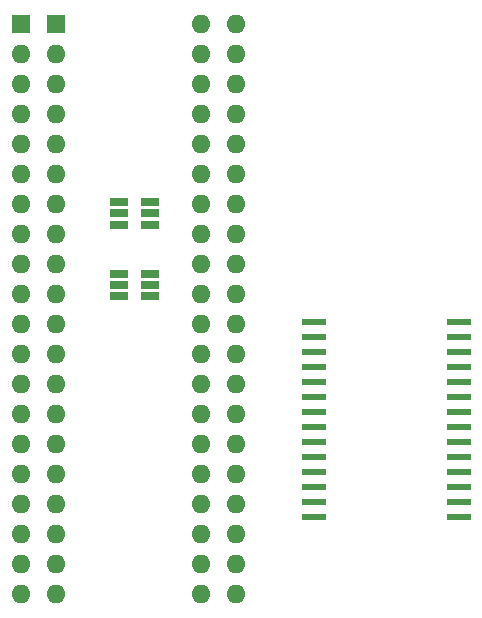
<source format=gbr>
%TF.GenerationSoftware,KiCad,Pcbnew,(5.1.10)-1*%
%TF.CreationDate,2021-09-20T13:18:37+02:00*%
%TF.ProjectId,SensibleRAM,53656e73-6962-46c6-9552-414d2e6b6963,rev?*%
%TF.SameCoordinates,Original*%
%TF.FileFunction,Soldermask,Top*%
%TF.FilePolarity,Negative*%
%FSLAX46Y46*%
G04 Gerber Fmt 4.6, Leading zero omitted, Abs format (unit mm)*
G04 Created by KiCad (PCBNEW (5.1.10)-1) date 2021-09-20 13:18:37*
%MOMM*%
%LPD*%
G01*
G04 APERTURE LIST*
%ADD10R,2.000000X0.600000*%
%ADD11R,1.560000X0.650000*%
%ADD12O,1.600000X1.600000*%
%ADD13R,1.600000X1.600000*%
G04 APERTURE END LIST*
D10*
%TO.C,U5*%
X157800000Y-108285000D03*
X157800000Y-109555000D03*
X157800000Y-110825000D03*
X157800000Y-112095000D03*
X157800000Y-113365000D03*
X157800000Y-114635000D03*
X157800000Y-115905000D03*
X157800000Y-117175000D03*
X157800000Y-118445000D03*
X157800000Y-119715000D03*
X157800000Y-120985000D03*
X157800000Y-122255000D03*
X157800000Y-123525000D03*
X157800000Y-124795000D03*
X170100000Y-124775000D03*
X170100000Y-123505000D03*
X170100000Y-122235000D03*
X170100000Y-120965000D03*
X170100000Y-119695000D03*
X170100000Y-118425000D03*
X170100000Y-117155000D03*
X170100000Y-115885000D03*
X170100000Y-114615000D03*
X170100000Y-113345000D03*
X170100000Y-112075000D03*
X170100000Y-110805000D03*
X170100000Y-109535000D03*
X170100000Y-108265000D03*
%TD*%
D11*
%TO.C,U3*%
X141260000Y-104170000D03*
X141260000Y-105120000D03*
X141260000Y-106070000D03*
X143960000Y-106070000D03*
X143960000Y-104170000D03*
X143960000Y-105120000D03*
%TD*%
%TO.C,U4*%
X143960000Y-99050000D03*
X143960000Y-98100000D03*
X143960000Y-100000000D03*
X141260000Y-100000000D03*
X141260000Y-99050000D03*
X141260000Y-98100000D03*
%TD*%
D12*
%TO.C,U1*%
X148240000Y-83000000D03*
X133000000Y-131260000D03*
X148240000Y-85540000D03*
X133000000Y-128720000D03*
X148240000Y-88080000D03*
X133000000Y-126180000D03*
X148240000Y-90620000D03*
X133000000Y-123640000D03*
X148240000Y-93160000D03*
X133000000Y-121100000D03*
X148240000Y-95700000D03*
X133000000Y-118560000D03*
X148240000Y-98240000D03*
X133000000Y-116020000D03*
X148240000Y-100780000D03*
X133000000Y-113480000D03*
X148240000Y-103320000D03*
X133000000Y-110940000D03*
X148240000Y-105860000D03*
X133000000Y-108400000D03*
X148240000Y-108400000D03*
X133000000Y-105860000D03*
X148240000Y-110940000D03*
X133000000Y-103320000D03*
X148240000Y-113480000D03*
X133000000Y-100780000D03*
X148240000Y-116020000D03*
X133000000Y-98240000D03*
X148240000Y-118560000D03*
X133000000Y-95700000D03*
X148240000Y-121100000D03*
X133000000Y-93160000D03*
X148240000Y-123640000D03*
X133000000Y-90620000D03*
X148240000Y-126180000D03*
X133000000Y-88080000D03*
X148240000Y-128720000D03*
X133000000Y-85540000D03*
X148240000Y-131260000D03*
D13*
X133000000Y-83000000D03*
%TD*%
%TO.C,U2*%
X136000000Y-83000000D03*
D12*
X151240000Y-131260000D03*
X136000000Y-85540000D03*
X151240000Y-128720000D03*
X136000000Y-88080000D03*
X151240000Y-126180000D03*
X136000000Y-90620000D03*
X151240000Y-123640000D03*
X136000000Y-93160000D03*
X151240000Y-121100000D03*
X136000000Y-95700000D03*
X151240000Y-118560000D03*
X136000000Y-98240000D03*
X151240000Y-116020000D03*
X136000000Y-100780000D03*
X151240000Y-113480000D03*
X136000000Y-103320000D03*
X151240000Y-110940000D03*
X136000000Y-105860000D03*
X151240000Y-108400000D03*
X136000000Y-108400000D03*
X151240000Y-105860000D03*
X136000000Y-110940000D03*
X151240000Y-103320000D03*
X136000000Y-113480000D03*
X151240000Y-100780000D03*
X136000000Y-116020000D03*
X151240000Y-98240000D03*
X136000000Y-118560000D03*
X151240000Y-95700000D03*
X136000000Y-121100000D03*
X151240000Y-93160000D03*
X136000000Y-123640000D03*
X151240000Y-90620000D03*
X136000000Y-126180000D03*
X151240000Y-88080000D03*
X136000000Y-128720000D03*
X151240000Y-85540000D03*
X136000000Y-131260000D03*
X151240000Y-83000000D03*
%TD*%
M02*

</source>
